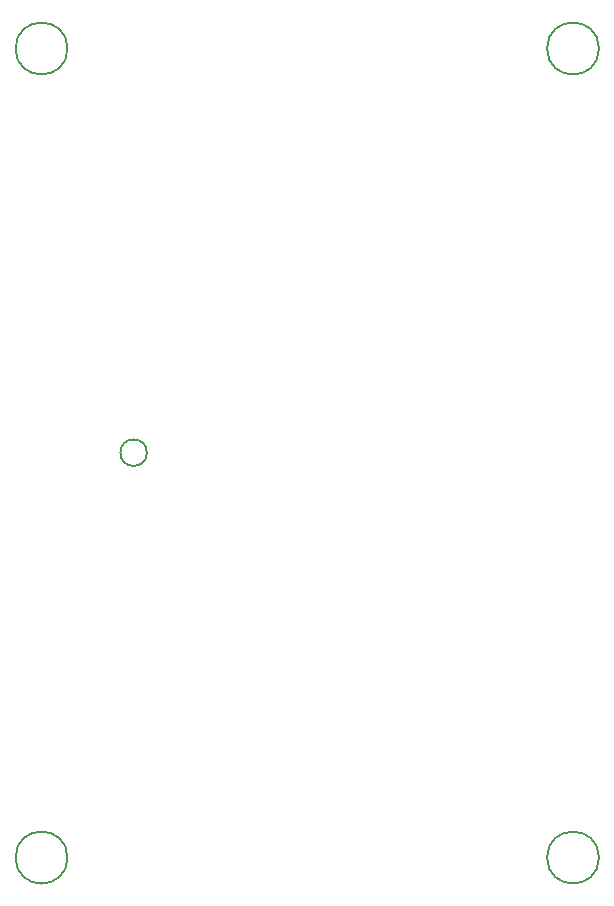
<source format=gbr>
%TF.GenerationSoftware,KiCad,Pcbnew,6.0.11-2627ca5db0~126~ubuntu22.04.1*%
%TF.CreationDate,2024-02-17T18:59:43+01:00*%
%TF.ProjectId,HB-UNI-SEN-BATT_ATMega1284P_E07-868MS10_FRAM_FUEL4EP,48422d55-4e49-42d5-9345-4e2d42415454,1.4*%
%TF.SameCoordinates,Original*%
%TF.FileFunction,Other,Comment*%
%FSLAX46Y46*%
G04 Gerber Fmt 4.6, Leading zero omitted, Abs format (unit mm)*
G04 Created by KiCad (PCBNEW 6.0.11-2627ca5db0~126~ubuntu22.04.1) date 2024-02-17 18:59:43*
%MOMM*%
%LPD*%
G01*
G04 APERTURE LIST*
%ADD10C,0.150000*%
G04 APERTURE END LIST*
D10*
%TO.C,Module1*%
X23925000Y37530000D02*
G75*
G03*
X23925000Y37530000I-1125000J0D01*
G01*
%TO.C,H2*%
X62200000Y71750000D02*
G75*
G03*
X62200000Y71750000I-2200000J0D01*
G01*
%TO.C,H4*%
X62200000Y3250000D02*
G75*
G03*
X62200000Y3250000I-2200000J0D01*
G01*
%TO.C,H1*%
X17200000Y71750000D02*
G75*
G03*
X17200000Y71750000I-2200000J0D01*
G01*
%TO.C,H3*%
X17200000Y3250000D02*
G75*
G03*
X17200000Y3250000I-2200000J0D01*
G01*
%TD*%
M02*

</source>
